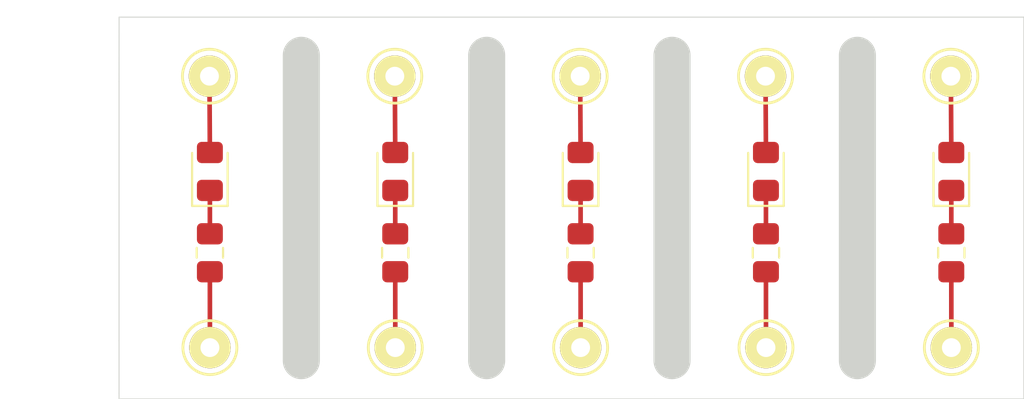
<source format=kicad_pcb>
(kicad_pcb (version 20171130) (host pcbnew 5.1.5-52549c5~84~ubuntu19.04.1)

  (general
    (thickness 1.6)
    (drawings 13)
    (tracks 15)
    (zones 0)
    (modules 44)
    (nets 4)
  )

  (page A4)
  (layers
    (0 F.Cu signal)
    (31 B.Cu signal)
    (32 B.Adhes user)
    (33 F.Adhes user)
    (34 B.Paste user)
    (35 F.Paste user)
    (36 B.SilkS user)
    (37 F.SilkS user)
    (38 B.Mask user)
    (39 F.Mask user)
    (40 Dwgs.User user)
    (41 Cmts.User user)
    (42 Eco1.User user)
    (43 Eco2.User user)
    (44 Edge.Cuts user)
    (45 Margin user)
    (46 B.CrtYd user)
    (47 F.CrtYd user)
    (48 B.Fab user)
    (49 F.Fab user)
  )

  (setup
    (last_trace_width 0.25)
    (trace_clearance 0.2)
    (zone_clearance 0.508)
    (zone_45_only no)
    (trace_min 0.2)
    (via_size 0.8)
    (via_drill 0.4)
    (via_min_size 0.4)
    (via_min_drill 0.3)
    (uvia_size 0.3)
    (uvia_drill 0.1)
    (uvias_allowed no)
    (uvia_min_size 0.2)
    (uvia_min_drill 0.1)
    (edge_width 0.05)
    (segment_width 0.2)
    (pcb_text_width 0.3)
    (pcb_text_size 1.5 1.5)
    (mod_edge_width 0.12)
    (mod_text_size 1 1)
    (mod_text_width 0.15)
    (pad_size 0.5 0.5)
    (pad_drill 0.5)
    (pad_to_mask_clearance 0.051)
    (solder_mask_min_width 0.25)
    (aux_axis_origin 0 0)
    (visible_elements FFFFFF7F)
    (pcbplotparams
      (layerselection 0x010fc_ffffffff)
      (usegerberextensions false)
      (usegerberattributes false)
      (usegerberadvancedattributes false)
      (creategerberjobfile false)
      (excludeedgelayer true)
      (linewidth 0.100000)
      (plotframeref false)
      (viasonmask false)
      (mode 1)
      (useauxorigin false)
      (hpglpennumber 1)
      (hpglpenspeed 20)
      (hpglpendiameter 15.000000)
      (psnegative false)
      (psa4output false)
      (plotreference true)
      (plotvalue true)
      (plotinvisibletext false)
      (padsonsilk false)
      (subtractmaskfromsilk false)
      (outputformat 1)
      (mirror false)
      (drillshape 1)
      (scaleselection 1)
      (outputdirectory ""))
  )

  (net 0 "")
  (net 1 +3V3)
  (net 2 "Net-(D1-Pad1)")
  (net 3 GND)

  (net_class Default "This is the default net class."
    (clearance 0.2)
    (trace_width 0.25)
    (via_dia 0.8)
    (via_drill 0.4)
    (uvia_dia 0.3)
    (uvia_drill 0.1)
    (add_net +3V3)
    (add_net GND)
    (add_net "Net-(D1-Pad1)")
  )

  (module Wickerlib:HOLE-UNPLATED-200MIL (layer F.Cu) (tedit 5E5D8333) (tstamp 5E5DB0EC)
    (at 16.83518 75.03414)
    (attr virtual)
    (fp_text reference V (at 0 -2) (layer F.SilkS) hide
      (effects (font (size 1.016 1.016) (thickness 0.1524)))
    )
    (fp_text value HOLE-PLATED-200MIL (at -2.1 2.88 90) (layer F.Fab) hide
      (effects (font (size 1 1) (thickness 0.15)))
    )
    (pad "" np_thru_hole circle (at 0.94996 1.19888) (size 0.5 0.5) (drill 0.5) (layers *.Cu))
  )

  (module Wickerlib:HOLE-UNPLATED-200MIL (layer F.Cu) (tedit 5E5D8333) (tstamp 5E5DB0E4)
    (at 6.83518 75.03414)
    (attr virtual)
    (fp_text reference V (at 0 -2) (layer F.SilkS) hide
      (effects (font (size 1.016 1.016) (thickness 0.1524)))
    )
    (fp_text value HOLE-PLATED-200MIL (at -2.1 2.88 90) (layer F.Fab) hide
      (effects (font (size 1 1) (thickness 0.15)))
    )
    (pad "" np_thru_hole circle (at 0.94996 1.19888) (size 0.5 0.5) (drill 0.5) (layers *.Cu))
  )

  (module Wickerlib:HOLE-UNPLATED-200MIL (layer F.Cu) (tedit 5E5D8333) (tstamp 5E5DB0DC)
    (at -3.16482 75.03414)
    (attr virtual)
    (fp_text reference V (at 0 -2) (layer F.SilkS) hide
      (effects (font (size 1.016 1.016) (thickness 0.1524)))
    )
    (fp_text value HOLE-PLATED-200MIL (at -2.1 2.88 90) (layer F.Fab) hide
      (effects (font (size 1 1) (thickness 0.15)))
    )
    (pad "" np_thru_hole circle (at 0.94996 1.19888) (size 0.5 0.5) (drill 0.5) (layers *.Cu))
  )

  (module Wickerlib:HOLE-UNPLATED-200MIL (layer F.Cu) (tedit 5E5D8333) (tstamp 5E5DB0C8)
    (at 18.67414 75.0189)
    (attr virtual)
    (fp_text reference V (at 0 -2) (layer F.SilkS) hide
      (effects (font (size 1.016 1.016) (thickness 0.1524)))
    )
    (fp_text value HOLE-PLATED-200MIL (at -2.1 2.88 90) (layer F.Fab) hide
      (effects (font (size 1 1) (thickness 0.15)))
    )
    (pad "" np_thru_hole circle (at 0.94996 1.19888) (size 0.5 0.5) (drill 0.5) (layers *.Cu))
  )

  (module Wickerlib:HOLE-UNPLATED-200MIL (layer F.Cu) (tedit 5E5D8333) (tstamp 5E5DB0C0)
    (at 8.67414 75.0189)
    (attr virtual)
    (fp_text reference V (at 0 -2) (layer F.SilkS) hide
      (effects (font (size 1.016 1.016) (thickness 0.1524)))
    )
    (fp_text value HOLE-PLATED-200MIL (at -2.1 2.88 90) (layer F.Fab) hide
      (effects (font (size 1 1) (thickness 0.15)))
    )
    (pad "" np_thru_hole circle (at 0.94996 1.19888) (size 0.5 0.5) (drill 0.5) (layers *.Cu))
  )

  (module Wickerlib:HOLE-UNPLATED-200MIL (layer F.Cu) (tedit 5E5D8333) (tstamp 5E5DB0B8)
    (at -1.32586 75.0189)
    (attr virtual)
    (fp_text reference V (at 0 -2) (layer F.SilkS) hide
      (effects (font (size 1.016 1.016) (thickness 0.1524)))
    )
    (fp_text value HOLE-PLATED-200MIL (at -2.1 2.88 90) (layer F.Fab) hide
      (effects (font (size 1 1) (thickness 0.15)))
    )
    (pad "" np_thru_hole circle (at 0.94996 1.19888) (size 0.5 0.5) (drill 0.5) (layers *.Cu))
  )

  (module Wickerlib:HOLE-UNPLATED-200MIL (layer F.Cu) (tedit 5E5D8333) (tstamp 5E5DB0A4)
    (at 16.88344 94.55658)
    (attr virtual)
    (fp_text reference V (at 0 -2) (layer F.SilkS) hide
      (effects (font (size 1.016 1.016) (thickness 0.1524)))
    )
    (fp_text value HOLE-PLATED-200MIL (at -2.1 2.88 90) (layer F.Fab) hide
      (effects (font (size 1 1) (thickness 0.15)))
    )
    (pad "" np_thru_hole circle (at 0.94996 1.19888) (size 0.5 0.5) (drill 0.5) (layers *.Cu))
  )

  (module Wickerlib:HOLE-UNPLATED-200MIL (layer F.Cu) (tedit 5E5D8333) (tstamp 5E5DB09C)
    (at 6.88344 94.55658)
    (attr virtual)
    (fp_text reference V (at 0 -2) (layer F.SilkS) hide
      (effects (font (size 1.016 1.016) (thickness 0.1524)))
    )
    (fp_text value HOLE-PLATED-200MIL (at -2.1 2.88 90) (layer F.Fab) hide
      (effects (font (size 1 1) (thickness 0.15)))
    )
    (pad "" np_thru_hole circle (at 0.94996 1.19888) (size 0.5 0.5) (drill 0.5) (layers *.Cu))
  )

  (module Wickerlib:HOLE-UNPLATED-200MIL (layer F.Cu) (tedit 5E5D8333) (tstamp 5E5DB094)
    (at -3.11656 94.55658)
    (attr virtual)
    (fp_text reference V (at 0 -2) (layer F.SilkS) hide
      (effects (font (size 1.016 1.016) (thickness 0.1524)))
    )
    (fp_text value HOLE-PLATED-200MIL (at -2.1 2.88 90) (layer F.Fab) hide
      (effects (font (size 1 1) (thickness 0.15)))
    )
    (pad "" np_thru_hole circle (at 0.94996 1.19888) (size 0.5 0.5) (drill 0.5) (layers *.Cu))
  )

  (module Wickerlib:HOLE-UNPLATED-200MIL (layer F.Cu) (tedit 5E5D8333) (tstamp 5E5DB080)
    (at 18.7224 94.54134)
    (attr virtual)
    (fp_text reference V (at 0 -2) (layer F.SilkS) hide
      (effects (font (size 1.016 1.016) (thickness 0.1524)))
    )
    (fp_text value HOLE-PLATED-200MIL (at -2.1 2.88 90) (layer F.Fab) hide
      (effects (font (size 1 1) (thickness 0.15)))
    )
    (pad "" np_thru_hole circle (at 0.94996 1.19888) (size 0.5 0.5) (drill 0.5) (layers *.Cu))
  )

  (module Wickerlib:HOLE-UNPLATED-200MIL (layer F.Cu) (tedit 5E5D8333) (tstamp 5E5DB078)
    (at 8.7224 94.54134)
    (attr virtual)
    (fp_text reference V (at 0 -2) (layer F.SilkS) hide
      (effects (font (size 1.016 1.016) (thickness 0.1524)))
    )
    (fp_text value HOLE-PLATED-200MIL (at -2.1 2.88 90) (layer F.Fab) hide
      (effects (font (size 1 1) (thickness 0.15)))
    )
    (pad "" np_thru_hole circle (at 0.94996 1.19888) (size 0.5 0.5) (drill 0.5) (layers *.Cu))
  )

  (module Wickerlib:HOLE-UNPLATED-200MIL (layer F.Cu) (tedit 5E5D8333) (tstamp 5E5DB070)
    (at -1.2776 94.54134)
    (attr virtual)
    (fp_text reference V (at 0 -2) (layer F.SilkS) hide
      (effects (font (size 1.016 1.016) (thickness 0.1524)))
    )
    (fp_text value HOLE-PLATED-200MIL (at -2.1 2.88 90) (layer F.Fab) hide
      (effects (font (size 1 1) (thickness 0.15)))
    )
    (pad "" np_thru_hole circle (at 0.94996 1.19888) (size 0.5 0.5) (drill 0.5) (layers *.Cu))
  )

  (module Wickerlib:HOLE-UNPLATED-200MIL (layer F.Cu) (tedit 5E5D8333) (tstamp 5E5DB05C)
    (at 17.74958 75.02906)
    (attr virtual)
    (fp_text reference V (at 0 -2) (layer F.SilkS) hide
      (effects (font (size 1.016 1.016) (thickness 0.1524)))
    )
    (fp_text value HOLE-PLATED-200MIL (at -2.1 2.88 90) (layer F.Fab) hide
      (effects (font (size 1 1) (thickness 0.15)))
    )
    (pad "" np_thru_hole circle (at 0.94996 1.19888) (size 0.5 0.5) (drill 0.5) (layers *.Cu))
  )

  (module Wickerlib:HOLE-UNPLATED-200MIL (layer F.Cu) (tedit 5E5D8333) (tstamp 5E5DB054)
    (at 7.74958 75.02906)
    (attr virtual)
    (fp_text reference V (at 0 -2) (layer F.SilkS) hide
      (effects (font (size 1.016 1.016) (thickness 0.1524)))
    )
    (fp_text value HOLE-PLATED-200MIL (at -2.1 2.88 90) (layer F.Fab) hide
      (effects (font (size 1 1) (thickness 0.15)))
    )
    (pad "" np_thru_hole circle (at 0.94996 1.19888) (size 0.5 0.5) (drill 0.5) (layers *.Cu))
  )

  (module Wickerlib:HOLE-UNPLATED-200MIL (layer F.Cu) (tedit 5E5D8333) (tstamp 5E5DB04C)
    (at -2.25042 75.02906)
    (attr virtual)
    (fp_text reference V (at 0 -2) (layer F.SilkS) hide
      (effects (font (size 1.016 1.016) (thickness 0.1524)))
    )
    (fp_text value HOLE-PLATED-200MIL (at -2.1 2.88 90) (layer F.Fab) hide
      (effects (font (size 1 1) (thickness 0.15)))
    )
    (pad "" np_thru_hole circle (at 0.94996 1.19888) (size 0.5 0.5) (drill 0.5) (layers *.Cu))
  )

  (module Wickerlib:HOLE-UNPLATED-200MIL (layer F.Cu) (tedit 5E5D8333) (tstamp 5E5DB038)
    (at 17.79784 94.5515)
    (attr virtual)
    (fp_text reference V (at 0 -2) (layer F.SilkS) hide
      (effects (font (size 1.016 1.016) (thickness 0.1524)))
    )
    (fp_text value HOLE-PLATED-200MIL (at -2.1 2.88 90) (layer F.Fab) hide
      (effects (font (size 1 1) (thickness 0.15)))
    )
    (pad "" np_thru_hole circle (at 0.94996 1.19888) (size 0.5 0.5) (drill 0.5) (layers *.Cu))
  )

  (module Wickerlib:HOLE-UNPLATED-200MIL (layer F.Cu) (tedit 5E5D8333) (tstamp 5E5DB030)
    (at 7.79784 94.5515)
    (attr virtual)
    (fp_text reference V (at 0 -2) (layer F.SilkS) hide
      (effects (font (size 1.016 1.016) (thickness 0.1524)))
    )
    (fp_text value HOLE-PLATED-200MIL (at -2.1 2.88 90) (layer F.Fab) hide
      (effects (font (size 1 1) (thickness 0.15)))
    )
    (pad "" np_thru_hole circle (at 0.94996 1.19888) (size 0.5 0.5) (drill 0.5) (layers *.Cu))
  )

  (module Wickerlib:HOLE-UNPLATED-200MIL (layer F.Cu) (tedit 5E5D8333) (tstamp 5E5DB028)
    (at -2.20216 94.5515)
    (attr virtual)
    (fp_text reference V (at 0 -2) (layer F.SilkS) hide
      (effects (font (size 1.016 1.016) (thickness 0.1524)))
    )
    (fp_text value HOLE-PLATED-200MIL (at -2.1 2.88 90) (layer F.Fab) hide
      (effects (font (size 1 1) (thickness 0.15)))
    )
    (pad "" np_thru_hole circle (at 0.94996 1.19888) (size 0.5 0.5) (drill 0.5) (layers *.Cu))
  )

  (module Wickerlib:CONN-HEADER-STRAIGHT-P2.54MM-1x01 (layer F.Cu) (tedit 58FF6D5C) (tstamp 5E5DAFFB)
    (at 23.77956 78.88478)
    (path /5E5688D9)
    (attr smd)
    (fp_text reference J1 (at 0 -2.3495) (layer F.SilkS) hide
      (effects (font (size 1 1) (thickness 0.15)))
    )
    (fp_text value Conn_01x01_Female (at 0 0) (layer F.Fab) hide
      (effects (font (size 1 1) (thickness 0.15)))
    )
    (fp_circle (center 0 0) (end 1.25 0.75) (layer F.SilkS) (width 0.1524))
    (fp_circle (center 0 0) (end 1 1) (layer F.Fab) (width 0.0508))
    (fp_text user %R (at 0 0) (layer F.Fab)
      (effects (font (size 1 1) (thickness 0.15)))
    )
    (pad 1 thru_hole circle (at 0 0) (size 2.2352 2.2352) (drill 1.016) (layers *.Cu *.Mask F.SilkS)
      (net 1 +3V3))
  )

  (module Wickerlib:CONN-HEADER-STRAIGHT-P2.54MM-1x01 (layer F.Cu) (tedit 58FF6D5C) (tstamp 5E5DAFED)
    (at 13.77956 78.88478)
    (path /5E5688D9)
    (attr smd)
    (fp_text reference J1 (at 0 -2.3495) (layer F.SilkS) hide
      (effects (font (size 1 1) (thickness 0.15)))
    )
    (fp_text value Conn_01x01_Female (at 0 0) (layer F.Fab) hide
      (effects (font (size 1 1) (thickness 0.15)))
    )
    (fp_circle (center 0 0) (end 1.25 0.75) (layer F.SilkS) (width 0.1524))
    (fp_circle (center 0 0) (end 1 1) (layer F.Fab) (width 0.0508))
    (fp_text user %R (at 0 0) (layer F.Fab)
      (effects (font (size 1 1) (thickness 0.15)))
    )
    (pad 1 thru_hole circle (at 0 0) (size 2.2352 2.2352) (drill 1.016) (layers *.Cu *.Mask F.SilkS)
      (net 1 +3V3))
  )

  (module Wickerlib:CONN-HEADER-STRAIGHT-P2.54MM-1x01 (layer F.Cu) (tedit 58FF6D5C) (tstamp 5E5DAFDF)
    (at 3.77956 78.88478)
    (path /5E5688D9)
    (attr smd)
    (fp_text reference J1 (at 0 -2.3495) (layer F.SilkS) hide
      (effects (font (size 1 1) (thickness 0.15)))
    )
    (fp_text value Conn_01x01_Female (at 0 0) (layer F.Fab) hide
      (effects (font (size 1 1) (thickness 0.15)))
    )
    (fp_circle (center 0 0) (end 1.25 0.75) (layer F.SilkS) (width 0.1524))
    (fp_circle (center 0 0) (end 1 1) (layer F.Fab) (width 0.0508))
    (fp_text user %R (at 0 0) (layer F.Fab)
      (effects (font (size 1 1) (thickness 0.15)))
    )
    (pad 1 thru_hole circle (at 0 0) (size 2.2352 2.2352) (drill 1.016) (layers *.Cu *.Mask F.SilkS)
      (net 1 +3V3))
  )

  (module Wickerlib:CONN-HEADER-STRAIGHT-P2.54MM-1x01 (layer F.Cu) (tedit 58FF6D5C) (tstamp 5E5DAFD1)
    (at -6.22044 78.88478)
    (path /5E5688D9)
    (attr smd)
    (fp_text reference J1 (at 0 -2.3495) (layer F.SilkS) hide
      (effects (font (size 1 1) (thickness 0.15)))
    )
    (fp_text value Conn_01x01_Female (at 0 0) (layer F.Fab) hide
      (effects (font (size 1 1) (thickness 0.15)))
    )
    (fp_circle (center 0 0) (end 1.25 0.75) (layer F.SilkS) (width 0.1524))
    (fp_circle (center 0 0) (end 1 1) (layer F.Fab) (width 0.0508))
    (fp_text user %R (at 0 0) (layer F.Fab)
      (effects (font (size 1 1) (thickness 0.15)))
    )
    (pad 1 thru_hole circle (at 0 0) (size 2.2352 2.2352) (drill 1.016) (layers *.Cu *.Mask F.SilkS)
      (net 1 +3V3))
  )

  (module Resistor_SMD:R_0805_2012Metric_Pad1.15x1.40mm_HandSolder (layer F.Cu) (tedit 5B36C52B) (tstamp 5E5DAFAA)
    (at 23.80242 88.42248 90)
    (descr "Resistor SMD 0805 (2012 Metric), square (rectangular) end terminal, IPC_7351 nominal with elongated pad for handsoldering. (Body size source: https://docs.google.com/spreadsheets/d/1BsfQQcO9C6DZCsRaXUlFlo91Tg2WpOkGARC1WS5S8t0/edit?usp=sharing), generated with kicad-footprint-generator")
    (tags "resistor handsolder")
    (path /5E53AE71)
    (attr smd)
    (fp_text reference R1 (at 0 -1.65 90) (layer F.SilkS) hide
      (effects (font (size 1 1) (thickness 0.15)))
    )
    (fp_text value R (at 0 1.65 90) (layer F.Fab)
      (effects (font (size 1 1) (thickness 0.15)))
    )
    (fp_text user %R (at 0 0 90) (layer F.Fab)
      (effects (font (size 0.5 0.5) (thickness 0.08)))
    )
    (fp_line (start 1.85 0.95) (end -1.85 0.95) (layer F.CrtYd) (width 0.05))
    (fp_line (start 1.85 -0.95) (end 1.85 0.95) (layer F.CrtYd) (width 0.05))
    (fp_line (start -1.85 -0.95) (end 1.85 -0.95) (layer F.CrtYd) (width 0.05))
    (fp_line (start -1.85 0.95) (end -1.85 -0.95) (layer F.CrtYd) (width 0.05))
    (fp_line (start -0.261252 0.71) (end 0.261252 0.71) (layer F.SilkS) (width 0.12))
    (fp_line (start -0.261252 -0.71) (end 0.261252 -0.71) (layer F.SilkS) (width 0.12))
    (fp_line (start 1 0.6) (end -1 0.6) (layer F.Fab) (width 0.1))
    (fp_line (start 1 -0.6) (end 1 0.6) (layer F.Fab) (width 0.1))
    (fp_line (start -1 -0.6) (end 1 -0.6) (layer F.Fab) (width 0.1))
    (fp_line (start -1 0.6) (end -1 -0.6) (layer F.Fab) (width 0.1))
    (pad 2 smd roundrect (at 1.025 0 90) (size 1.15 1.4) (layers F.Cu F.Paste F.Mask) (roundrect_rratio 0.217391)
      (net 2 "Net-(D1-Pad1)"))
    (pad 1 smd roundrect (at -1.025 0 90) (size 1.15 1.4) (layers F.Cu F.Paste F.Mask) (roundrect_rratio 0.217391)
      (net 3 GND))
    (model ${KISYS3DMOD}/Resistor_SMD.3dshapes/R_0805_2012Metric.wrl
      (at (xyz 0 0 0))
      (scale (xyz 1 1 1))
      (rotate (xyz 0 0 0))
    )
  )

  (module Resistor_SMD:R_0805_2012Metric_Pad1.15x1.40mm_HandSolder (layer F.Cu) (tedit 5B36C52B) (tstamp 5E5DAF8A)
    (at 13.80242 88.42248 90)
    (descr "Resistor SMD 0805 (2012 Metric), square (rectangular) end terminal, IPC_7351 nominal with elongated pad for handsoldering. (Body size source: https://docs.google.com/spreadsheets/d/1BsfQQcO9C6DZCsRaXUlFlo91Tg2WpOkGARC1WS5S8t0/edit?usp=sharing), generated with kicad-footprint-generator")
    (tags "resistor handsolder")
    (path /5E53AE71)
    (attr smd)
    (fp_text reference R1 (at 0 -1.65 90) (layer F.SilkS) hide
      (effects (font (size 1 1) (thickness 0.15)))
    )
    (fp_text value R (at 0 1.65 90) (layer F.Fab)
      (effects (font (size 1 1) (thickness 0.15)))
    )
    (fp_text user %R (at 0 0 90) (layer F.Fab)
      (effects (font (size 0.5 0.5) (thickness 0.08)))
    )
    (fp_line (start 1.85 0.95) (end -1.85 0.95) (layer F.CrtYd) (width 0.05))
    (fp_line (start 1.85 -0.95) (end 1.85 0.95) (layer F.CrtYd) (width 0.05))
    (fp_line (start -1.85 -0.95) (end 1.85 -0.95) (layer F.CrtYd) (width 0.05))
    (fp_line (start -1.85 0.95) (end -1.85 -0.95) (layer F.CrtYd) (width 0.05))
    (fp_line (start -0.261252 0.71) (end 0.261252 0.71) (layer F.SilkS) (width 0.12))
    (fp_line (start -0.261252 -0.71) (end 0.261252 -0.71) (layer F.SilkS) (width 0.12))
    (fp_line (start 1 0.6) (end -1 0.6) (layer F.Fab) (width 0.1))
    (fp_line (start 1 -0.6) (end 1 0.6) (layer F.Fab) (width 0.1))
    (fp_line (start -1 -0.6) (end 1 -0.6) (layer F.Fab) (width 0.1))
    (fp_line (start -1 0.6) (end -1 -0.6) (layer F.Fab) (width 0.1))
    (pad 2 smd roundrect (at 1.025 0 90) (size 1.15 1.4) (layers F.Cu F.Paste F.Mask) (roundrect_rratio 0.217391)
      (net 2 "Net-(D1-Pad1)"))
    (pad 1 smd roundrect (at -1.025 0 90) (size 1.15 1.4) (layers F.Cu F.Paste F.Mask) (roundrect_rratio 0.217391)
      (net 3 GND))
    (model ${KISYS3DMOD}/Resistor_SMD.3dshapes/R_0805_2012Metric.wrl
      (at (xyz 0 0 0))
      (scale (xyz 1 1 1))
      (rotate (xyz 0 0 0))
    )
  )

  (module Resistor_SMD:R_0805_2012Metric_Pad1.15x1.40mm_HandSolder (layer F.Cu) (tedit 5B36C52B) (tstamp 5E5DAF6A)
    (at 3.80242 88.42248 90)
    (descr "Resistor SMD 0805 (2012 Metric), square (rectangular) end terminal, IPC_7351 nominal with elongated pad for handsoldering. (Body size source: https://docs.google.com/spreadsheets/d/1BsfQQcO9C6DZCsRaXUlFlo91Tg2WpOkGARC1WS5S8t0/edit?usp=sharing), generated with kicad-footprint-generator")
    (tags "resistor handsolder")
    (path /5E53AE71)
    (attr smd)
    (fp_text reference R1 (at 0 -1.65 90) (layer F.SilkS) hide
      (effects (font (size 1 1) (thickness 0.15)))
    )
    (fp_text value R (at 0 1.65 90) (layer F.Fab)
      (effects (font (size 1 1) (thickness 0.15)))
    )
    (fp_text user %R (at 0 0 90) (layer F.Fab)
      (effects (font (size 0.5 0.5) (thickness 0.08)))
    )
    (fp_line (start 1.85 0.95) (end -1.85 0.95) (layer F.CrtYd) (width 0.05))
    (fp_line (start 1.85 -0.95) (end 1.85 0.95) (layer F.CrtYd) (width 0.05))
    (fp_line (start -1.85 -0.95) (end 1.85 -0.95) (layer F.CrtYd) (width 0.05))
    (fp_line (start -1.85 0.95) (end -1.85 -0.95) (layer F.CrtYd) (width 0.05))
    (fp_line (start -0.261252 0.71) (end 0.261252 0.71) (layer F.SilkS) (width 0.12))
    (fp_line (start -0.261252 -0.71) (end 0.261252 -0.71) (layer F.SilkS) (width 0.12))
    (fp_line (start 1 0.6) (end -1 0.6) (layer F.Fab) (width 0.1))
    (fp_line (start 1 -0.6) (end 1 0.6) (layer F.Fab) (width 0.1))
    (fp_line (start -1 -0.6) (end 1 -0.6) (layer F.Fab) (width 0.1))
    (fp_line (start -1 0.6) (end -1 -0.6) (layer F.Fab) (width 0.1))
    (pad 2 smd roundrect (at 1.025 0 90) (size 1.15 1.4) (layers F.Cu F.Paste F.Mask) (roundrect_rratio 0.217391)
      (net 2 "Net-(D1-Pad1)"))
    (pad 1 smd roundrect (at -1.025 0 90) (size 1.15 1.4) (layers F.Cu F.Paste F.Mask) (roundrect_rratio 0.217391)
      (net 3 GND))
    (model ${KISYS3DMOD}/Resistor_SMD.3dshapes/R_0805_2012Metric.wrl
      (at (xyz 0 0 0))
      (scale (xyz 1 1 1))
      (rotate (xyz 0 0 0))
    )
  )

  (module Resistor_SMD:R_0805_2012Metric_Pad1.15x1.40mm_HandSolder (layer F.Cu) (tedit 5B36C52B) (tstamp 5E5DAF4A)
    (at -6.19758 88.42248 90)
    (descr "Resistor SMD 0805 (2012 Metric), square (rectangular) end terminal, IPC_7351 nominal with elongated pad for handsoldering. (Body size source: https://docs.google.com/spreadsheets/d/1BsfQQcO9C6DZCsRaXUlFlo91Tg2WpOkGARC1WS5S8t0/edit?usp=sharing), generated with kicad-footprint-generator")
    (tags "resistor handsolder")
    (path /5E53AE71)
    (attr smd)
    (fp_text reference R1 (at 0 -1.65 90) (layer F.SilkS) hide
      (effects (font (size 1 1) (thickness 0.15)))
    )
    (fp_text value R (at 0 1.65 90) (layer F.Fab)
      (effects (font (size 1 1) (thickness 0.15)))
    )
    (fp_text user %R (at 0 0 90) (layer F.Fab)
      (effects (font (size 0.5 0.5) (thickness 0.08)))
    )
    (fp_line (start 1.85 0.95) (end -1.85 0.95) (layer F.CrtYd) (width 0.05))
    (fp_line (start 1.85 -0.95) (end 1.85 0.95) (layer F.CrtYd) (width 0.05))
    (fp_line (start -1.85 -0.95) (end 1.85 -0.95) (layer F.CrtYd) (width 0.05))
    (fp_line (start -1.85 0.95) (end -1.85 -0.95) (layer F.CrtYd) (width 0.05))
    (fp_line (start -0.261252 0.71) (end 0.261252 0.71) (layer F.SilkS) (width 0.12))
    (fp_line (start -0.261252 -0.71) (end 0.261252 -0.71) (layer F.SilkS) (width 0.12))
    (fp_line (start 1 0.6) (end -1 0.6) (layer F.Fab) (width 0.1))
    (fp_line (start 1 -0.6) (end 1 0.6) (layer F.Fab) (width 0.1))
    (fp_line (start -1 -0.6) (end 1 -0.6) (layer F.Fab) (width 0.1))
    (fp_line (start -1 0.6) (end -1 -0.6) (layer F.Fab) (width 0.1))
    (pad 2 smd roundrect (at 1.025 0 90) (size 1.15 1.4) (layers F.Cu F.Paste F.Mask) (roundrect_rratio 0.217391)
      (net 2 "Net-(D1-Pad1)"))
    (pad 1 smd roundrect (at -1.025 0 90) (size 1.15 1.4) (layers F.Cu F.Paste F.Mask) (roundrect_rratio 0.217391)
      (net 3 GND))
    (model ${KISYS3DMOD}/Resistor_SMD.3dshapes/R_0805_2012Metric.wrl
      (at (xyz 0 0 0))
      (scale (xyz 1 1 1))
      (rotate (xyz 0 0 0))
    )
  )

  (module Diode_SMD:D_0805_2012Metric_Pad1.15x1.40mm_HandSolder (layer F.Cu) (tedit 5B4B45C8) (tstamp 5E5DAF16)
    (at 23.80242 84.03082 90)
    (descr "Diode SMD 0805 (2012 Metric), square (rectangular) end terminal, IPC_7351 nominal, (Body size source: https://docs.google.com/spreadsheets/d/1BsfQQcO9C6DZCsRaXUlFlo91Tg2WpOkGARC1WS5S8t0/edit?usp=sharing), generated with kicad-footprint-generator")
    (tags "diode handsolder")
    (path /5E53AE67)
    (attr smd)
    (fp_text reference D1 (at 0 -1.65 90) (layer F.SilkS) hide
      (effects (font (size 1 1) (thickness 0.15)))
    )
    (fp_text value LED (at 0 1.65 90) (layer F.Fab)
      (effects (font (size 1 1) (thickness 0.15)))
    )
    (fp_text user %R (at 0 0 90) (layer F.Fab)
      (effects (font (size 0.5 0.5) (thickness 0.08)))
    )
    (fp_line (start 1.85 0.95) (end -1.85 0.95) (layer F.CrtYd) (width 0.05))
    (fp_line (start 1.85 -0.95) (end 1.85 0.95) (layer F.CrtYd) (width 0.05))
    (fp_line (start -1.85 -0.95) (end 1.85 -0.95) (layer F.CrtYd) (width 0.05))
    (fp_line (start -1.85 0.95) (end -1.85 -0.95) (layer F.CrtYd) (width 0.05))
    (fp_line (start -1.86 0.96) (end 1 0.96) (layer F.SilkS) (width 0.12))
    (fp_line (start -1.86 -0.96) (end -1.86 0.96) (layer F.SilkS) (width 0.12))
    (fp_line (start 1 -0.96) (end -1.86 -0.96) (layer F.SilkS) (width 0.12))
    (fp_line (start 1 0.6) (end 1 -0.6) (layer F.Fab) (width 0.1))
    (fp_line (start -1 0.6) (end 1 0.6) (layer F.Fab) (width 0.1))
    (fp_line (start -1 -0.3) (end -1 0.6) (layer F.Fab) (width 0.1))
    (fp_line (start -0.7 -0.6) (end -1 -0.3) (layer F.Fab) (width 0.1))
    (fp_line (start 1 -0.6) (end -0.7 -0.6) (layer F.Fab) (width 0.1))
    (pad 2 smd roundrect (at 1.025 0 90) (size 1.15 1.4) (layers F.Cu F.Paste F.Mask) (roundrect_rratio 0.217391)
      (net 1 +3V3))
    (pad 1 smd roundrect (at -1.025 0 90) (size 1.15 1.4) (layers F.Cu F.Paste F.Mask) (roundrect_rratio 0.217391)
      (net 2 "Net-(D1-Pad1)"))
    (model ${KISYS3DMOD}/Diode_SMD.3dshapes/D_0805_2012Metric.wrl
      (at (xyz 0 0 0))
      (scale (xyz 1 1 1))
      (rotate (xyz 0 0 0))
    )
  )

  (module Diode_SMD:D_0805_2012Metric_Pad1.15x1.40mm_HandSolder (layer F.Cu) (tedit 5B4B45C8) (tstamp 5E5DAEF2)
    (at 13.80242 84.03082 90)
    (descr "Diode SMD 0805 (2012 Metric), square (rectangular) end terminal, IPC_7351 nominal, (Body size source: https://docs.google.com/spreadsheets/d/1BsfQQcO9C6DZCsRaXUlFlo91Tg2WpOkGARC1WS5S8t0/edit?usp=sharing), generated with kicad-footprint-generator")
    (tags "diode handsolder")
    (path /5E53AE67)
    (attr smd)
    (fp_text reference D1 (at 0 -1.65 90) (layer F.SilkS) hide
      (effects (font (size 1 1) (thickness 0.15)))
    )
    (fp_text value LED (at 0 1.65 90) (layer F.Fab)
      (effects (font (size 1 1) (thickness 0.15)))
    )
    (fp_text user %R (at 0 0 90) (layer F.Fab)
      (effects (font (size 0.5 0.5) (thickness 0.08)))
    )
    (fp_line (start 1.85 0.95) (end -1.85 0.95) (layer F.CrtYd) (width 0.05))
    (fp_line (start 1.85 -0.95) (end 1.85 0.95) (layer F.CrtYd) (width 0.05))
    (fp_line (start -1.85 -0.95) (end 1.85 -0.95) (layer F.CrtYd) (width 0.05))
    (fp_line (start -1.85 0.95) (end -1.85 -0.95) (layer F.CrtYd) (width 0.05))
    (fp_line (start -1.86 0.96) (end 1 0.96) (layer F.SilkS) (width 0.12))
    (fp_line (start -1.86 -0.96) (end -1.86 0.96) (layer F.SilkS) (width 0.12))
    (fp_line (start 1 -0.96) (end -1.86 -0.96) (layer F.SilkS) (width 0.12))
    (fp_line (start 1 0.6) (end 1 -0.6) (layer F.Fab) (width 0.1))
    (fp_line (start -1 0.6) (end 1 0.6) (layer F.Fab) (width 0.1))
    (fp_line (start -1 -0.3) (end -1 0.6) (layer F.Fab) (width 0.1))
    (fp_line (start -0.7 -0.6) (end -1 -0.3) (layer F.Fab) (width 0.1))
    (fp_line (start 1 -0.6) (end -0.7 -0.6) (layer F.Fab) (width 0.1))
    (pad 2 smd roundrect (at 1.025 0 90) (size 1.15 1.4) (layers F.Cu F.Paste F.Mask) (roundrect_rratio 0.217391)
      (net 1 +3V3))
    (pad 1 smd roundrect (at -1.025 0 90) (size 1.15 1.4) (layers F.Cu F.Paste F.Mask) (roundrect_rratio 0.217391)
      (net 2 "Net-(D1-Pad1)"))
    (model ${KISYS3DMOD}/Diode_SMD.3dshapes/D_0805_2012Metric.wrl
      (at (xyz 0 0 0))
      (scale (xyz 1 1 1))
      (rotate (xyz 0 0 0))
    )
  )

  (module Diode_SMD:D_0805_2012Metric_Pad1.15x1.40mm_HandSolder (layer F.Cu) (tedit 5B4B45C8) (tstamp 5E5DAECE)
    (at 3.80242 84.03082 90)
    (descr "Diode SMD 0805 (2012 Metric), square (rectangular) end terminal, IPC_7351 nominal, (Body size source: https://docs.google.com/spreadsheets/d/1BsfQQcO9C6DZCsRaXUlFlo91Tg2WpOkGARC1WS5S8t0/edit?usp=sharing), generated with kicad-footprint-generator")
    (tags "diode handsolder")
    (path /5E53AE67)
    (attr smd)
    (fp_text reference D1 (at 0 -1.65 90) (layer F.SilkS) hide
      (effects (font (size 1 1) (thickness 0.15)))
    )
    (fp_text value LED (at 0 1.65 90) (layer F.Fab)
      (effects (font (size 1 1) (thickness 0.15)))
    )
    (fp_text user %R (at 0 0 90) (layer F.Fab)
      (effects (font (size 0.5 0.5) (thickness 0.08)))
    )
    (fp_line (start 1.85 0.95) (end -1.85 0.95) (layer F.CrtYd) (width 0.05))
    (fp_line (start 1.85 -0.95) (end 1.85 0.95) (layer F.CrtYd) (width 0.05))
    (fp_line (start -1.85 -0.95) (end 1.85 -0.95) (layer F.CrtYd) (width 0.05))
    (fp_line (start -1.85 0.95) (end -1.85 -0.95) (layer F.CrtYd) (width 0.05))
    (fp_line (start -1.86 0.96) (end 1 0.96) (layer F.SilkS) (width 0.12))
    (fp_line (start -1.86 -0.96) (end -1.86 0.96) (layer F.SilkS) (width 0.12))
    (fp_line (start 1 -0.96) (end -1.86 -0.96) (layer F.SilkS) (width 0.12))
    (fp_line (start 1 0.6) (end 1 -0.6) (layer F.Fab) (width 0.1))
    (fp_line (start -1 0.6) (end 1 0.6) (layer F.Fab) (width 0.1))
    (fp_line (start -1 -0.3) (end -1 0.6) (layer F.Fab) (width 0.1))
    (fp_line (start -0.7 -0.6) (end -1 -0.3) (layer F.Fab) (width 0.1))
    (fp_line (start 1 -0.6) (end -0.7 -0.6) (layer F.Fab) (width 0.1))
    (pad 2 smd roundrect (at 1.025 0 90) (size 1.15 1.4) (layers F.Cu F.Paste F.Mask) (roundrect_rratio 0.217391)
      (net 1 +3V3))
    (pad 1 smd roundrect (at -1.025 0 90) (size 1.15 1.4) (layers F.Cu F.Paste F.Mask) (roundrect_rratio 0.217391)
      (net 2 "Net-(D1-Pad1)"))
    (model ${KISYS3DMOD}/Diode_SMD.3dshapes/D_0805_2012Metric.wrl
      (at (xyz 0 0 0))
      (scale (xyz 1 1 1))
      (rotate (xyz 0 0 0))
    )
  )

  (module Diode_SMD:D_0805_2012Metric_Pad1.15x1.40mm_HandSolder (layer F.Cu) (tedit 5B4B45C8) (tstamp 5E5DAEAA)
    (at -6.19758 84.03082 90)
    (descr "Diode SMD 0805 (2012 Metric), square (rectangular) end terminal, IPC_7351 nominal, (Body size source: https://docs.google.com/spreadsheets/d/1BsfQQcO9C6DZCsRaXUlFlo91Tg2WpOkGARC1WS5S8t0/edit?usp=sharing), generated with kicad-footprint-generator")
    (tags "diode handsolder")
    (path /5E53AE67)
    (attr smd)
    (fp_text reference D1 (at 0 -1.65 90) (layer F.SilkS) hide
      (effects (font (size 1 1) (thickness 0.15)))
    )
    (fp_text value LED (at 0 1.65 90) (layer F.Fab)
      (effects (font (size 1 1) (thickness 0.15)))
    )
    (fp_text user %R (at 0 0 90) (layer F.Fab)
      (effects (font (size 0.5 0.5) (thickness 0.08)))
    )
    (fp_line (start 1.85 0.95) (end -1.85 0.95) (layer F.CrtYd) (width 0.05))
    (fp_line (start 1.85 -0.95) (end 1.85 0.95) (layer F.CrtYd) (width 0.05))
    (fp_line (start -1.85 -0.95) (end 1.85 -0.95) (layer F.CrtYd) (width 0.05))
    (fp_line (start -1.85 0.95) (end -1.85 -0.95) (layer F.CrtYd) (width 0.05))
    (fp_line (start -1.86 0.96) (end 1 0.96) (layer F.SilkS) (width 0.12))
    (fp_line (start -1.86 -0.96) (end -1.86 0.96) (layer F.SilkS) (width 0.12))
    (fp_line (start 1 -0.96) (end -1.86 -0.96) (layer F.SilkS) (width 0.12))
    (fp_line (start 1 0.6) (end 1 -0.6) (layer F.Fab) (width 0.1))
    (fp_line (start -1 0.6) (end 1 0.6) (layer F.Fab) (width 0.1))
    (fp_line (start -1 -0.3) (end -1 0.6) (layer F.Fab) (width 0.1))
    (fp_line (start -0.7 -0.6) (end -1 -0.3) (layer F.Fab) (width 0.1))
    (fp_line (start 1 -0.6) (end -0.7 -0.6) (layer F.Fab) (width 0.1))
    (pad 2 smd roundrect (at 1.025 0 90) (size 1.15 1.4) (layers F.Cu F.Paste F.Mask) (roundrect_rratio 0.217391)
      (net 1 +3V3))
    (pad 1 smd roundrect (at -1.025 0 90) (size 1.15 1.4) (layers F.Cu F.Paste F.Mask) (roundrect_rratio 0.217391)
      (net 2 "Net-(D1-Pad1)"))
    (model ${KISYS3DMOD}/Diode_SMD.3dshapes/D_0805_2012Metric.wrl
      (at (xyz 0 0 0))
      (scale (xyz 1 1 1))
      (rotate (xyz 0 0 0))
    )
  )

  (module Wickerlib:CONN-HEADER-STRAIGHT-P2.54MM-1x01 (layer F.Cu) (tedit 58FF6D5C) (tstamp 5E5DAE8A)
    (at 23.80496 93.54566)
    (path /5E565A99)
    (attr smd)
    (fp_text reference J4 (at 0 -2.3495) (layer F.SilkS) hide
      (effects (font (size 1 1) (thickness 0.15)))
    )
    (fp_text value Conn_01x01_Female (at 0 0) (layer F.Fab) hide
      (effects (font (size 1 1) (thickness 0.15)))
    )
    (fp_text user %R (at 0 0) (layer F.Fab)
      (effects (font (size 1 1) (thickness 0.15)))
    )
    (fp_circle (center 0 0) (end 1 1) (layer F.Fab) (width 0.0508))
    (fp_circle (center 0 0) (end 1.25 0.75) (layer F.SilkS) (width 0.1524))
    (pad 1 thru_hole circle (at 0 0) (size 2.2352 2.2352) (drill 1.016) (layers *.Cu *.Mask F.SilkS)
      (net 3 GND))
  )

  (module Wickerlib:CONN-HEADER-STRAIGHT-P2.54MM-1x01 (layer F.Cu) (tedit 58FF6D5C) (tstamp 5E5DAE7C)
    (at 13.80496 93.54566)
    (path /5E565A99)
    (attr smd)
    (fp_text reference J4 (at 0 -2.3495) (layer F.SilkS) hide
      (effects (font (size 1 1) (thickness 0.15)))
    )
    (fp_text value Conn_01x01_Female (at 0 0) (layer F.Fab) hide
      (effects (font (size 1 1) (thickness 0.15)))
    )
    (fp_text user %R (at 0 0) (layer F.Fab)
      (effects (font (size 1 1) (thickness 0.15)))
    )
    (fp_circle (center 0 0) (end 1 1) (layer F.Fab) (width 0.0508))
    (fp_circle (center 0 0) (end 1.25 0.75) (layer F.SilkS) (width 0.1524))
    (pad 1 thru_hole circle (at 0 0) (size 2.2352 2.2352) (drill 1.016) (layers *.Cu *.Mask F.SilkS)
      (net 3 GND))
  )

  (module Wickerlib:CONN-HEADER-STRAIGHT-P2.54MM-1x01 (layer F.Cu) (tedit 58FF6D5C) (tstamp 5E5DAE6E)
    (at 3.80496 93.54566)
    (path /5E565A99)
    (attr smd)
    (fp_text reference J4 (at 0 -2.3495) (layer F.SilkS) hide
      (effects (font (size 1 1) (thickness 0.15)))
    )
    (fp_text value Conn_01x01_Female (at 0 0) (layer F.Fab) hide
      (effects (font (size 1 1) (thickness 0.15)))
    )
    (fp_text user %R (at 0 0) (layer F.Fab)
      (effects (font (size 1 1) (thickness 0.15)))
    )
    (fp_circle (center 0 0) (end 1 1) (layer F.Fab) (width 0.0508))
    (fp_circle (center 0 0) (end 1.25 0.75) (layer F.SilkS) (width 0.1524))
    (pad 1 thru_hole circle (at 0 0) (size 2.2352 2.2352) (drill 1.016) (layers *.Cu *.Mask F.SilkS)
      (net 3 GND))
  )

  (module Wickerlib:CONN-HEADER-STRAIGHT-P2.54MM-1x01 (layer F.Cu) (tedit 58FF6D5C) (tstamp 5E5DAE60)
    (at -6.19504 93.54566)
    (path /5E565A99)
    (attr smd)
    (fp_text reference J4 (at 0 -2.3495) (layer F.SilkS) hide
      (effects (font (size 1 1) (thickness 0.15)))
    )
    (fp_text value Conn_01x01_Female (at 0 0) (layer F.Fab) hide
      (effects (font (size 1 1) (thickness 0.15)))
    )
    (fp_text user %R (at 0 0) (layer F.Fab)
      (effects (font (size 1 1) (thickness 0.15)))
    )
    (fp_circle (center 0 0) (end 1 1) (layer F.Fab) (width 0.0508))
    (fp_circle (center 0 0) (end 1.25 0.75) (layer F.SilkS) (width 0.1524))
    (pad 1 thru_hole circle (at 0 0) (size 2.2352 2.2352) (drill 1.016) (layers *.Cu *.Mask F.SilkS)
      (net 3 GND))
  )

  (module Wickerlib:HOLE-UNPLATED-200MIL (layer F.Cu) (tedit 5E5D8333) (tstamp 5E5DAB2D)
    (at -13.11656 94.55658)
    (attr virtual)
    (fp_text reference V (at 0 -2) (layer F.SilkS) hide
      (effects (font (size 1.016 1.016) (thickness 0.1524)))
    )
    (fp_text value HOLE-PLATED-200MIL (at -2.1 2.88 90) (layer F.Fab) hide
      (effects (font (size 1 1) (thickness 0.15)))
    )
    (pad "" np_thru_hole circle (at 0.94996 1.19888) (size 0.5 0.5) (drill 0.5) (layers *.Cu))
  )

  (module Wickerlib:HOLE-UNPLATED-200MIL (layer F.Cu) (tedit 5E5D8333) (tstamp 5E5DAB29)
    (at -11.2776 94.54134)
    (attr virtual)
    (fp_text reference V (at 0 -2) (layer F.SilkS) hide
      (effects (font (size 1.016 1.016) (thickness 0.1524)))
    )
    (fp_text value HOLE-PLATED-200MIL (at -2.1 2.88 90) (layer F.Fab) hide
      (effects (font (size 1 1) (thickness 0.15)))
    )
    (pad "" np_thru_hole circle (at 0.94996 1.19888) (size 0.5 0.5) (drill 0.5) (layers *.Cu))
  )

  (module Wickerlib:HOLE-UNPLATED-200MIL (layer F.Cu) (tedit 5E5D8333) (tstamp 5E5DAB25)
    (at -12.20216 94.5515)
    (attr virtual)
    (fp_text reference V (at 0 -2) (layer F.SilkS) hide
      (effects (font (size 1.016 1.016) (thickness 0.1524)))
    )
    (fp_text value HOLE-PLATED-200MIL (at -2.1 2.88 90) (layer F.Fab) hide
      (effects (font (size 1 1) (thickness 0.15)))
    )
    (pad "" np_thru_hole circle (at 0.94996 1.19888) (size 0.5 0.5) (drill 0.5) (layers *.Cu))
  )

  (module Wickerlib:HOLE-UNPLATED-200MIL (layer F.Cu) (tedit 5E5D8333) (tstamp 5E5DAAF5)
    (at -11.32586 75.0189)
    (attr virtual)
    (fp_text reference V (at 0 -2) (layer F.SilkS) hide
      (effects (font (size 1.016 1.016) (thickness 0.1524)))
    )
    (fp_text value HOLE-PLATED-200MIL (at -2.1 2.88 90) (layer F.Fab) hide
      (effects (font (size 1 1) (thickness 0.15)))
    )
    (pad "" np_thru_hole circle (at 0.94996 1.19888) (size 0.5 0.5) (drill 0.5) (layers *.Cu))
  )

  (module Wickerlib:HOLE-UNPLATED-200MIL (layer F.Cu) (tedit 5E5D8333) (tstamp 5E5DAAED)
    (at -13.16482 75.03414)
    (attr virtual)
    (fp_text reference V (at 0 -2) (layer F.SilkS) hide
      (effects (font (size 1.016 1.016) (thickness 0.1524)))
    )
    (fp_text value HOLE-PLATED-200MIL (at -2.1 2.88 90) (layer F.Fab) hide
      (effects (font (size 1 1) (thickness 0.15)))
    )
    (pad "" np_thru_hole circle (at 0.94996 1.19888) (size 0.5 0.5) (drill 0.5) (layers *.Cu))
  )

  (module Wickerlib:HOLE-UNPLATED-200MIL (layer F.Cu) (tedit 5E5D8333) (tstamp 5E5DAA33)
    (at -12.25042 75.02906)
    (attr virtual)
    (fp_text reference V (at 0 -2) (layer F.SilkS) hide
      (effects (font (size 1.016 1.016) (thickness 0.1524)))
    )
    (fp_text value HOLE-PLATED-200MIL (at -2.1 2.88 90) (layer F.Fab) hide
      (effects (font (size 1 1) (thickness 0.15)))
    )
    (pad "" np_thru_hole circle (at 0.94996 1.19888) (size 0.5 0.5) (drill 0.5) (layers *.Cu))
  )

  (module Diode_SMD:D_0805_2012Metric_Pad1.15x1.40mm_HandSolder (layer F.Cu) (tedit 5B4B45C8) (tstamp 5E524708)
    (at -16.19758 84.03082 90)
    (descr "Diode SMD 0805 (2012 Metric), square (rectangular) end terminal, IPC_7351 nominal, (Body size source: https://docs.google.com/spreadsheets/d/1BsfQQcO9C6DZCsRaXUlFlo91Tg2WpOkGARC1WS5S8t0/edit?usp=sharing), generated with kicad-footprint-generator")
    (tags "diode handsolder")
    (path /5E53AE67)
    (attr smd)
    (fp_text reference D1 (at 0 -1.65 90) (layer F.SilkS) hide
      (effects (font (size 1 1) (thickness 0.15)))
    )
    (fp_text value LED (at 0 1.65 90) (layer F.Fab)
      (effects (font (size 1 1) (thickness 0.15)))
    )
    (fp_line (start 1 -0.6) (end -0.7 -0.6) (layer F.Fab) (width 0.1))
    (fp_line (start -0.7 -0.6) (end -1 -0.3) (layer F.Fab) (width 0.1))
    (fp_line (start -1 -0.3) (end -1 0.6) (layer F.Fab) (width 0.1))
    (fp_line (start -1 0.6) (end 1 0.6) (layer F.Fab) (width 0.1))
    (fp_line (start 1 0.6) (end 1 -0.6) (layer F.Fab) (width 0.1))
    (fp_line (start 1 -0.96) (end -1.86 -0.96) (layer F.SilkS) (width 0.12))
    (fp_line (start -1.86 -0.96) (end -1.86 0.96) (layer F.SilkS) (width 0.12))
    (fp_line (start -1.86 0.96) (end 1 0.96) (layer F.SilkS) (width 0.12))
    (fp_line (start -1.85 0.95) (end -1.85 -0.95) (layer F.CrtYd) (width 0.05))
    (fp_line (start -1.85 -0.95) (end 1.85 -0.95) (layer F.CrtYd) (width 0.05))
    (fp_line (start 1.85 -0.95) (end 1.85 0.95) (layer F.CrtYd) (width 0.05))
    (fp_line (start 1.85 0.95) (end -1.85 0.95) (layer F.CrtYd) (width 0.05))
    (fp_text user %R (at 0 0 90) (layer F.Fab)
      (effects (font (size 0.5 0.5) (thickness 0.08)))
    )
    (pad 1 smd roundrect (at -1.025 0 90) (size 1.15 1.4) (layers F.Cu F.Paste F.Mask) (roundrect_rratio 0.217391)
      (net 2 "Net-(D1-Pad1)"))
    (pad 2 smd roundrect (at 1.025 0 90) (size 1.15 1.4) (layers F.Cu F.Paste F.Mask) (roundrect_rratio 0.217391)
      (net 1 +3V3))
    (model ${KISYS3DMOD}/Diode_SMD.3dshapes/D_0805_2012Metric.wrl
      (at (xyz 0 0 0))
      (scale (xyz 1 1 1))
      (rotate (xyz 0 0 0))
    )
  )

  (module Resistor_SMD:R_0805_2012Metric_Pad1.15x1.40mm_HandSolder (layer F.Cu) (tedit 5B36C52B) (tstamp 5E5246F8)
    (at -16.19758 88.42248 90)
    (descr "Resistor SMD 0805 (2012 Metric), square (rectangular) end terminal, IPC_7351 nominal with elongated pad for handsoldering. (Body size source: https://docs.google.com/spreadsheets/d/1BsfQQcO9C6DZCsRaXUlFlo91Tg2WpOkGARC1WS5S8t0/edit?usp=sharing), generated with kicad-footprint-generator")
    (tags "resistor handsolder")
    (path /5E53AE71)
    (attr smd)
    (fp_text reference R1 (at 0 -1.65 90) (layer F.SilkS) hide
      (effects (font (size 1 1) (thickness 0.15)))
    )
    (fp_text value R (at 0 1.65 90) (layer F.Fab)
      (effects (font (size 1 1) (thickness 0.15)))
    )
    (fp_line (start -1 0.6) (end -1 -0.6) (layer F.Fab) (width 0.1))
    (fp_line (start -1 -0.6) (end 1 -0.6) (layer F.Fab) (width 0.1))
    (fp_line (start 1 -0.6) (end 1 0.6) (layer F.Fab) (width 0.1))
    (fp_line (start 1 0.6) (end -1 0.6) (layer F.Fab) (width 0.1))
    (fp_line (start -0.261252 -0.71) (end 0.261252 -0.71) (layer F.SilkS) (width 0.12))
    (fp_line (start -0.261252 0.71) (end 0.261252 0.71) (layer F.SilkS) (width 0.12))
    (fp_line (start -1.85 0.95) (end -1.85 -0.95) (layer F.CrtYd) (width 0.05))
    (fp_line (start -1.85 -0.95) (end 1.85 -0.95) (layer F.CrtYd) (width 0.05))
    (fp_line (start 1.85 -0.95) (end 1.85 0.95) (layer F.CrtYd) (width 0.05))
    (fp_line (start 1.85 0.95) (end -1.85 0.95) (layer F.CrtYd) (width 0.05))
    (fp_text user %R (at 0 0 90) (layer F.Fab)
      (effects (font (size 0.5 0.5) (thickness 0.08)))
    )
    (pad 1 smd roundrect (at -1.025 0 90) (size 1.15 1.4) (layers F.Cu F.Paste F.Mask) (roundrect_rratio 0.217391)
      (net 3 GND))
    (pad 2 smd roundrect (at 1.025 0 90) (size 1.15 1.4) (layers F.Cu F.Paste F.Mask) (roundrect_rratio 0.217391)
      (net 2 "Net-(D1-Pad1)"))
    (model ${KISYS3DMOD}/Resistor_SMD.3dshapes/R_0805_2012Metric.wrl
      (at (xyz 0 0 0))
      (scale (xyz 1 1 1))
      (rotate (xyz 0 0 0))
    )
  )

  (module Wickerlib:CONN-HEADER-STRAIGHT-P2.54MM-1x01 (layer F.Cu) (tedit 58FF6D5C) (tstamp 5E522BC0)
    (at -16.22044 78.88478)
    (path /5E5688D9)
    (attr smd)
    (fp_text reference J1 (at 0 -2.3495) (layer F.SilkS) hide
      (effects (font (size 1 1) (thickness 0.15)))
    )
    (fp_text value Conn_01x01_Female (at 0 0) (layer F.Fab) hide
      (effects (font (size 1 1) (thickness 0.15)))
    )
    (fp_text user %R (at 0 0) (layer F.Fab)
      (effects (font (size 1 1) (thickness 0.15)))
    )
    (fp_circle (center 0 0) (end 1 1) (layer F.Fab) (width 0.0508))
    (fp_circle (center 0 0) (end 1.25 0.75) (layer F.SilkS) (width 0.1524))
    (pad 1 thru_hole circle (at 0 0) (size 2.2352 2.2352) (drill 1.016) (layers *.Cu *.Mask F.SilkS)
      (net 1 +3V3))
  )

  (module Wickerlib:CONN-HEADER-STRAIGHT-P2.54MM-1x01 (layer F.Cu) (tedit 58FF6D5C) (tstamp 5E522BD8)
    (at -16.19504 93.54566)
    (path /5E565A99)
    (attr smd)
    (fp_text reference J4 (at 0 -2.3495) (layer F.SilkS) hide
      (effects (font (size 1 1) (thickness 0.15)))
    )
    (fp_text value Conn_01x01_Female (at 0 0) (layer F.Fab) hide
      (effects (font (size 1 1) (thickness 0.15)))
    )
    (fp_circle (center 0 0) (end 1.25 0.75) (layer F.SilkS) (width 0.1524))
    (fp_circle (center 0 0) (end 1 1) (layer F.Fab) (width 0.0508))
    (fp_text user %R (at 0 0) (layer F.Fab)
      (effects (font (size 1 1) (thickness 0.15)))
    )
    (pad 1 thru_hole circle (at 0 0) (size 2.2352 2.2352) (drill 1.016) (layers *.Cu *.Mask F.SilkS)
      (net 3 GND))
  )

  (gr_line (start -21.0947 75.69454) (end 27.71394 75.69454) (layer Edge.Cuts) (width 0.05))
  (gr_line (start 27.71394 96.3168) (end 27.71394 75.69454) (layer Edge.Cuts) (width 0.05) (tstamp 5E5D8E5E))
  (gr_line (start 18.7351 77.75448) (end 18.7351 94.25178) (layer Edge.Cuts) (width 2) (tstamp 5E5DB020))
  (gr_line (start 8.7351 77.75448) (end 8.7351 94.25178) (layer Edge.Cuts) (width 2) (tstamp 5E5DB01E))
  (gr_line (start -1.2649 77.75448) (end -1.2649 94.25178) (layer Edge.Cuts) (width 2) (tstamp 5E5DB01C))
  (gr_line (start -21.09724 96.3168) (end 27.71394 96.3168) (layer Edge.Cuts) (width 0.05))
  (gr_line (start -21.09724 96.01454) (end -21.09724 96.3168) (layer Edge.Cuts) (width 0.05))
  (gr_line (start -11.2649 77.75448) (end -11.2649 94.25178) (layer Edge.Cuts) (width 2))
  (gr_line (start -21.09724 93.18498) (end -21.09724 96.01454) (layer Edge.Cuts) (width 0.05))
  (gr_line (start -21.09724 79.16164) (end -21.0947 75.69454) (layer Edge.Cuts) (width 0.05))
  (dimension 1.64592 (width 0.12) (layer Dwgs.User) (tstamp 5E52AA88)
    (gr_text "1.646 mm" (at -23.70836 81.30794 90) (layer Dwgs.User) (tstamp 5E52AA88)
      (effects (font (size 1 1) (thickness 0.15)))
    )
    (feature1 (pts (xy -16.00708 80.48498) (xy -23.024781 80.48498)))
    (feature2 (pts (xy -16.00708 82.1309) (xy -23.024781 82.1309)))
    (crossbar (pts (xy -22.43836 82.1309) (xy -22.43836 80.48498)))
    (arrow1a (pts (xy -22.43836 80.48498) (xy -21.851939 81.611484)))
    (arrow1b (pts (xy -22.43836 80.48498) (xy -23.024781 81.611484)))
    (arrow2a (pts (xy -22.43836 82.1309) (xy -21.851939 81.004396)))
    (arrow2b (pts (xy -22.43836 82.1309) (xy -23.024781 81.004396)))
  )
  (dimension 1.64592 (width 0.12) (layer Dwgs.User)
    (gr_text "1.646 mm" (at -23.8252 91.12758 90) (layer Dwgs.User)
      (effects (font (size 1 1) (thickness 0.15)))
    )
    (feature1 (pts (xy -16.12392 90.30462) (xy -23.141621 90.30462)))
    (feature2 (pts (xy -16.12392 91.95054) (xy -23.141621 91.95054)))
    (crossbar (pts (xy -22.5552 91.95054) (xy -22.5552 90.30462)))
    (arrow1a (pts (xy -22.5552 90.30462) (xy -21.968779 91.431124)))
    (arrow1b (pts (xy -22.5552 90.30462) (xy -23.141621 91.431124)))
    (arrow2a (pts (xy -22.5552 91.95054) (xy -21.968779 90.824036)))
    (arrow2b (pts (xy -22.5552 91.95054) (xy -23.141621 90.824036)))
  )
  (gr_line (start -21.09724 93.18498) (end -21.09724 79.16164) (layer Edge.Cuts) (width 0.05))

  (segment (start -16.22044 78.88478) (end -16.19758 83.00582) (width 0.25) (layer F.Cu) (net 1))
  (segment (start -6.22044 78.88478) (end -6.19758 83.00582) (width 0.25) (layer F.Cu) (net 1) (tstamp 5E5DB013))
  (segment (start 3.77956 78.88478) (end 3.80242 83.00582) (width 0.25) (layer F.Cu) (net 1) (tstamp 5E5DB015))
  (segment (start 13.77956 78.88478) (end 13.80242 83.00582) (width 0.25) (layer F.Cu) (net 1) (tstamp 5E5DB017))
  (segment (start 23.77956 78.88478) (end 23.80242 83.00582) (width 0.25) (layer F.Cu) (net 1) (tstamp 5E5DB019))
  (segment (start -16.19758 85.05582) (end -16.19758 87.39748) (width 0.25) (layer F.Cu) (net 2))
  (segment (start -6.19758 85.05582) (end -6.19758 87.39748) (width 0.25) (layer F.Cu) (net 2) (tstamp 5E5DB00A))
  (segment (start 3.80242 85.05582) (end 3.80242 87.39748) (width 0.25) (layer F.Cu) (net 2) (tstamp 5E5DB00C))
  (segment (start 13.80242 85.05582) (end 13.80242 87.39748) (width 0.25) (layer F.Cu) (net 2) (tstamp 5E5DB00E))
  (segment (start 23.80242 85.05582) (end 23.80242 87.39748) (width 0.25) (layer F.Cu) (net 2) (tstamp 5E5DB010))
  (segment (start -16.19758 89.44748) (end -16.19504 93.54566) (width 0.25) (layer F.Cu) (net 3))
  (segment (start -6.19758 89.44748) (end -6.19504 93.54566) (width 0.25) (layer F.Cu) (net 3) (tstamp 5E5DAE51))
  (segment (start 3.80242 89.44748) (end 3.80496 93.54566) (width 0.25) (layer F.Cu) (net 3) (tstamp 5E5DAE53))
  (segment (start 13.80242 89.44748) (end 13.80496 93.54566) (width 0.25) (layer F.Cu) (net 3) (tstamp 5E5DAE55))
  (segment (start 23.80242 89.44748) (end 23.80496 93.54566) (width 0.25) (layer F.Cu) (net 3) (tstamp 5E5DAE57))

)

</source>
